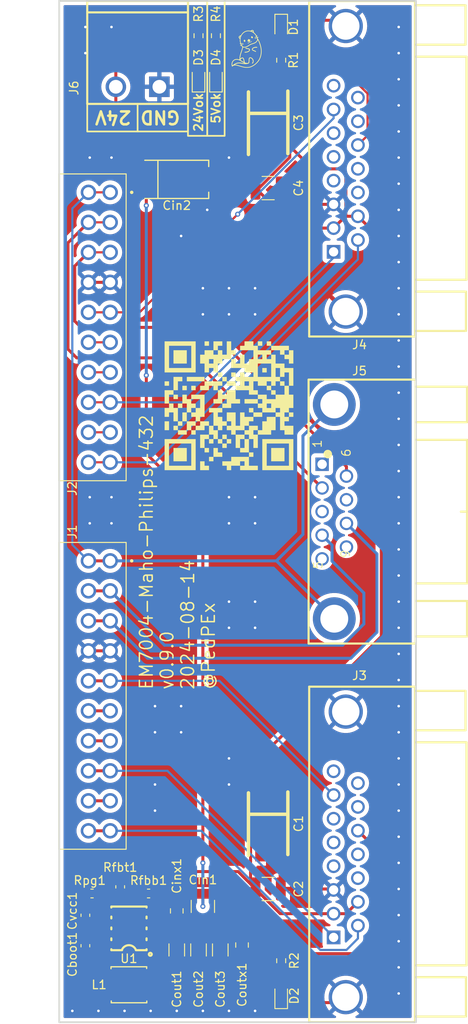
<source format=kicad_pcb>
(kicad_pcb (version 20240108) (generator "pcbnew") (generator_version "8.0")
  (title_block (title "EM7004-Maho-Philips-432") (date "2024-08-14") (rev "v0.9.0"))
  (layers (0 "F.Cu" signal) (31 "B.Cu" signal) (34 "B.Paste" user) (35 "F.Paste" user) (36 "B.SilkS" user "B.Silkscreen") (37 "F.SilkS" user "F.Silkscreen") (38 "B.Mask" user) (39 "F.Mask" user) (44 "Edge.Cuts" user))
  (net 0 "")
  (net 1 "0_EncoderGate")
  (net 2 "0_EncoderLatch")
  (net 3 "0_EncoderB")
  (net 4 "0_EncoderBnot")
  (net 5 "0_EncoderA")
  (net 6 "0_Analog-")
  (net 7 "0_Analog+")
  (net 8 "0_Shield")
  (net 9 "GND")
  (net 10 "0_EncoderAnot")
  (net 11 "1_EncoderB")
  (net 12 "1_Analog-")
  (net 13 "1_Analog+")
  (net 14 "1_EncoderA")
  (net 15 "1_EncoderAnot")
  (net 16 "1_EncoderLatch")
  (net 17 "1_EncoderGate")
  (net 18 "1_EncoderBnot")
  (net 19 "Net-(U1-BOOT)")
  (net 21 "Net-(U1-SW)")
  (net 28 "Net-(U1-VCC)")
  (net 29 "Net-(D1-A)")
  (net 31 "+5V")
  (net 32 "+24V")
  (net 34 "Net-(D2-A)")
  (net 35 "Net-(J3-Pad13)")
  (net 36 "Net-(J4-Pad13)")
  (net 37 "Net-(U1-FB)")
  (net 44 "Net-(U1-PG)")
  (net 51 "Net-(D3-A)")
  (net 52 "Net-(D4-A)")
  (footprint "Capacitor_SMD:C_0603_1608Metric" (layer "F.Cu") (at 59.693036 140.060786 90)
    (property "Reference" "Cboot1")
    (property "Value" "100n" (hide yes))
  )
  (footprint "Capacitor_SMD:C_0603_1608Metric" (layer "F.Cu") (at 59.693036 136.504786 90)
    (property "Reference" "Cvcc1")
    (property "Value" "1u" (hide yes))
  )
  (footprint "CostumLibrary:PHOENIX_1830498" (layer "F.Cu") (at 50 93 -90)
    (property "Reference" "J1")
    (property "Value" "1830498" (hide yes))
  )
  (footprint "Capacitor_SMD:C_0603_1608Metric" (layer "F.Cu") (at 63.757036 133.189786 -90)
    (property "Reference" "Rfbt1")
    (property "Value" "100k" (hide yes))
  )
  (footprint "easyeda2kicad:CONN-TH_2P-P5.08_XY2500R-D5.08-2P" (layer "F.Cu") (at 65.789036 39.829588 180)
    (property "Reference" "J6")
    (property "Value" "XY2500R-D-5.08-2P" (hide yes))
  )
  (footprint "Capacitor_SMD:C_1206_3216Metric" (layer "F.Cu") (at 70.361036 140.551786 90)
    (property "Reference" "Cout1")
    (property "Value" "47u" (hide yes))
  )
  (footprint "Resistor_SMD:R_0603_1608Metric" (layer "F.Cu") (at 74.933036 33.871786 90)
    (property "Reference" "R4")
    (property "Value" "220" (hide yes))
  )
  (footprint "easyeda2kicad:ESOP-8_L4.9-W3.9-P1.27-LS6.0-TL-EP" (layer "F.Cu") (at 64.773036 138.028786 180)
    (property "Reference" "U1")
    (property "Value" "LMR33630ADDAR" (hide yes))
  )
  (footprint "Capacitor_SMD:C_1210_3225Metric" (layer "F.Cu") (at 73.409036 135.471786 -90)
    (property "Reference" "Cin1")
    (property "Value" "10u" (hide yes))
  )
  (footprint "LED_SMD:LED_0603_1608Metric" (layer "F.Cu") (at 82.553036 32.855786 -90)
    (property "Reference" "D1")
    (property "Value" "LED" (hide yes))
  )
  (footprint "LOGO" (layer "F.Cu") (at 76.457036 77.051786 90)
    (property "Reference" "G***" (hide yes))
    (property "Value" "LOGO" (hide yes))
  )
  (footprint "Capacitor_SMD:C_0805_2012Metric" (layer "F.Cu") (at 77.981036 139.977786 90)
    (property "Reference" "Coutx1")
    (property "Value" "100n" (hide yes))
  )
  (footprint "easyeda2kicad:IND-SMD_L4.0-W4.0" (layer "F.Cu") (at 64.773036 144.615786)
    (property "Reference" "L1")
    (property "Value" "APSWPA4018S100MTF" (hide yes))
  )
  (footprint "Capacitor_SMD:C_1210_3225Metric" (layer "F.Cu") (at 81.029036 51.651786)
    (property "Reference" "C4")
    (property "Value" "10u" (hide yes))
  )
  (footprint "Resistor_SMD:R_0603_1608Metric" (layer "F.Cu") (at 82.553036 36.728786 -90)
    (property "Reference" "R1")
    (property "Value" "220" (hide yes))
  )
  (footprint "CostumLibrary:PHOENIX_1830498" (layer "F.Cu") (at 50 50 -90)
    (property "Reference" "J2")
    (property "Value" "1830498" (hide yes))
  )
  (footprint "LED_SMD:LED_0603_1608Metric" (layer "F.Cu") (at 82.553036 145.911286 90)
    (property "Reference" "D2")
    (property "Value" "LED" (hide yes))
  )
  (footprint "LED_SMD:LED_0603_1608Metric" (layer "F.Cu") (at 74.933036 38.951786 90)
    (property "Reference" "D4")
    (property "Value" "LED" (hide yes))
  )
  (footprint "Resistor_SMD:R_0603_1608Metric" (layer "F.Cu") (at 72.901036 33.871786 90)
    (property "Reference" "R3")
    (property "Value" "2k4" (hide yes))
  )
  (footprint "LOGO" (layer "F.Cu") (at 78.489036 35.395786 90)
    (property "Reference" "G***" (hide yes))
    (property "Value" "LOGO" (hide yes))
  )
  (footprint "easyeda2kicad:DSUB-TH_DMR-9S" (layer "F.Cu") (at 88.75 89.4)
    (property "Reference" "J5")
    (property "Value" "DMR-9S" (hide yes))
  )
  (footprint "easyeda2kicad:CAP-SMD_L7.3-W4.3-R-RD" (layer "F.Cu") (at 70.361036 50.635786 180)
    (property "Reference" "Cin2")
    (property "Value" "10u" (hide yes))
  )
  (footprint "Resistor_SMD:R_0603_1608Metric" (layer "F.Cu") (at 82.553036 141.809786 90)
    (property "Reference" "R2")
    (property "Value" "220" (hide yes))
  )
  (footprint "Capacitor_SMD:C_1210_3225Metric" (layer "F.Cu") (at 81.029036 133.439786)
    (property "Reference" "C2")
    (property "Value" "10u" (hide yes))
  )
  (footprint "Capacitor_SMD:C_0805_2012Metric" (layer "F.Cu") (at 70.361036 135.996786 -90)
    (property "Reference" "Cinx1")
    (property "Value" "220n" (hide yes))
  )
  (footprint "LED_SMD:LED_0603_1608Metric" (layer "F.Cu") (at 72.901036 38.951786 90)
    (property "Reference" "D3")
    (property "Value" "LED" (hide yes))
  )
  (footprint "easyeda2kicad:CASE-D_7343" (layer "F.Cu") (at 81.029036 44.031786 90)
    (property "Reference" "C3")
    (property "Value" "100u" (hide yes))
  )
  (footprint "Capacitor_SMD:C_1206_3216Metric" (layer "F.Cu") (at 72.901036 140.551786 90)
    (property "Reference" "Cout2")
    (property "Value" "47u" (hide yes))
  )
  (footprint "Capacitor_SMD:C_0603_1608Metric" (layer "F.Cu") (at 67.072036 133.964786)
    (property "Reference" "Rfbb1")
    (property "Value" "24k9" (hide yes))
  )
  (footprint "easyeda2kicad:DSUB-TH_XUNPU_D-SUB-DR-15PCM-CB" (layer "F.Cu") (at 90.09 129.4 90)
    (property "Reference" "J3")
    (property "Value" "D-SUB-DR-15PCM-CB" (hide yes))
  )
  (footprint "easyeda2kicad:DSUB-TH_XUNPU_D-SUB-DR-15PCM-CB" (layer "F.Cu") (at 90.09 49.4 90)
    (property "Reference" "J4")
    (property "Value" "D-SUB-DR-15PCM-CB" (hide yes))
  )
  (footprint "Capacitor_SMD:C_0603_1608Metric" (layer "F.Cu") (at 60.468036 133.964786 180)
    (property "Reference" "Rpg1")
    (property "Value" "100k" (hide yes))
  )
  (footprint "easyeda2kicad:CASE-D_7343" (layer "F.Cu") (at 81.029036 125.819786 90)
    (property "Reference" "C1")
    (property "Value" "100u" (hide yes))
  )
  (footprint "Capacitor_SMD:C_1206_3216Metric" (layer "F.Cu") (at 75.441036 140.551786 90)
    (property "Reference" "Cout3")
    (property "Value" "47u" (hide yes))
  )
  (gr_rect (start 71.669036 29.829588) (end 73.917036 45.555786) (stroke (width 0.2)) (fill none) (layer "F.SilkS"))
  (gr_line (start 65.789036 41.829588) (end 65.789036 45.047786) (stroke (width 0.2)) (layer "F.SilkS"))
  (gr_rect (start 59.909036 41.829588) (end 71.669036 45.047786) (stroke (width 0.2)) (fill none) (layer "F.SilkS"))
  (gr_rect (start 73.917036 29.807786) (end 75.949036 45.555786) (stroke (width 0.2)) (fill none) (layer "F.SilkS"))
  (gr_rect (start 56.645036 29.807786) (end 98.278684 148.990403) (stroke (width 0.2)) (fill none) (layer "Edge.Cuts"))
  (gr_text "GND 24V" (at 65.789036 42.507786 180) (layer "F.SilkS") (effects (font (size 1.5 1.5) (thickness 0.3) (bold yes)) (justify bottom)))
  (gr_text "5Vok" (at 74.933036 40.436786 90) (layer "F.SilkS") (effects (font (size 1 1) (thickness 0.2) (bold yes)) (justify right)))
  (gr_text "${TITLE}\n${REVISION}\n${ISSUE_DATE}\n@PedPEx" (at 74.933036 110.287722 90) (layer "F.SilkS") (effects (font (size 1.5 1.5) (thickness 0.175)) (justify left bottom)))
  (gr_text "24Vok" (at 72.901036 40.436786 90) (layer "F.SilkS") (effects (font (size 1 1) (thickness 0.2) (bold yes)) (justify right)))
  (segment (start 60.05 112.65) (end 62.59 112.65) (width 0.35) (layer "F.Cu") (net 1))
  (segment (start 60.05 109.15) (end 62.59 109.15) (width 0.35) (layer "F.Cu") (net 2))
  (segment (start 88.67 122.48) (end 75.34 109.15) (width 0.25) (layer "B.Cu") (net 2))
  (segment (start 75.34 109.15) (end 62.59 109.15) (width 0.25) (layer "B.Cu") (net 2))
  (segment (start 60.05 119.65) (end 62.59 119.65) (width 0.35) (layer "F.Cu") (net 3))
  (segment (start 88.67 139.04875) (end 69.27125 119.65) (width 0.25) (layer "B.Cu") (net 3))
  (segment (start 88.67 139.09) (end 88.67 139.04875) (width 0.25) (layer "B.Cu") (net 3))
  (segment (start 69.27125 119.65) (end 62.59 119.65) (width 0.25) (layer "B.Cu") (net 3))
  (segment (start 60.05 116.15) (end 62.59 116.15) (width 0.35) (layer "F.Cu") (net 4))
  (segment (start 60.05 126.65) (end 62.59 126.65) (width 0.35) (layer "F.Cu") (net 5))
  (segment (start 91.51 139.214822) (end 90.173036 140.551786) (width 0.25) (layer "B.Cu") (net 5))
  (segment (start 73.22325 126.65) (end 62.59 126.65) (width 0.25) (layer "B.Cu") (net 5))
  (segment (start 90.173036 140.551786) (end 87.125036 140.551786) (width 0.25) (layer "B.Cu") (net 5))
  (segment (start 87.125036 140.551786) (end 73.22325 126.65) (width 0.25) (layer "B.Cu") (net 5))
  (segment (start 91.51 137.71) (end 91.51 139.214822) (width 0.25) (layer "B.Cu") (net 5))
  (segment (start 60.05 98.65) (end 62.59 98.65) (width 0.35) (layer "F.Cu") (net 6))
  (segment (start 88.49 93.32) (end 88.49 95.18075) (width 0.35) (layer "B.Cu") (net 6))
  (segment (start 68.931786 104.991786) (end 62.59 98.65) (width 0.35) (layer "B.Cu") (net 6))
  (segment (start 92.205036 102.510828) (end 89.724078 104.991786) (width 0.35) (layer "B.Cu") (net 6))
  (segment (start 92.205036 98.895786) (end 92.205036 102.510828) (width 0.35) (layer "B.Cu") (net 6))
  (segment (start 87.33 92.16) (end 88.49 93.32) (width 0.35) (layer "B.Cu") (net 6))
  (segment (start 89.724078 104.991786) (end 68.931786 104.991786) (width 0.35) (layer "B.Cu") (net 6))
  (segment (start 88.49 95.18075) (end 92.205036 98.895786) (width 0.35) (layer "B.Cu") (net 6))
  (segment (start 60.05 102.15) (end 62.59 102.15) (width 0.35) (layer "F.Cu") (net 7))
  (segment (start 90.681036 106.515786) (end 66.955786 106.515786) (width 0.35) (layer "B.Cu") (net 7))
  (segment (start 66.955786 106.515786) (end 62.59 102.15) (width 0.35) (layer "B.Cu") (net 7))
  (segment (start 93.729036 103.467786) (end 90.681036 106.515786) (width 0.35) (layer "B.Cu") (net 7))
  (segment (start 93.729036 94.339036) (end 93.729036 103.467786) (width 0.35) (layer "B.Cu") (net 7))
  (segment (start 90.17 90.78) (end 93.729036 94.339036) (width 0.35) (layer "B.Cu") (net 7))
  (segment (start 60.05 95.15) (end 62.59 95.15) (width 0.35) (layer "F.Cu") (net 8))
  (segment (start 60.05 52.15) (end 62.59 52.15) (width 0.25) (layer "F.Cu") (net 8))
  (segment (start 82 95.15) (end 88.75 101.9) (width 0.35) (layer "B.Cu") (net 8))
  (segment (start 85.093036 80.556964) (end 88.75 76.9) (width 0.35) (layer "B.Cu") (net 8))
  (segment (start 82 95.15) (end 85.093036 92.056964) (width 0.35) (layer "B.Cu") (net 8))
  (segment (start 58.169036 93.269036) (end 60.05 95.15) (width 0.25) (layer "B.Cu") (net 8))
  (segment (start 85.093036 92.056964) (end 85.093036 80.556964) (width 0.35) (layer "B.Cu") (net 8))
  (segment (start 58.169036 54.030964) (end 58.169036 93.269036) (width 0.25) (layer "B.Cu") (net 8))
  (segment (start 60.05 52.15) (end 58.169036 54.030964) (width 0.25) (layer "B.Cu") (net 8))
  (segment (start 62.59 95.15) (end 82 95.15) (width 0.35) (layer "B.Cu") (net 8))
  (segment (start 75.441036 139.076786) (end 77.932036 139.076786) (width 0.35) (layer "F.Cu") (net 9))
  (segment (start 67.473036 139.938786) (end 69.499036 139.938786) (width 0.35) (layer "F.Cu") (net 9))
  (segment (start 64.265036 147.155786) (end 60.709036 147.155786) (width 0.35) (layer "F.Cu") (net 9))
  (segment (start 70.361036 139.076786) (end 72.901036 139.076786) (width 0.35) (layer "F.Cu") (net 9))
  (segment (start 64.773036 138.028786) (end 64.773036 146.647786) (width 0.35) (layer "F.Cu") (net 9))
  (segment (start 58.169036 144.615786) (end 58.169036 137.253786) (width 0.35) (layer "F.Cu") (net 9))
  (segment (start 75.900036 136.946786) (end 77.981036 139.027786) (width 0.35) (layer "F.Cu") (net 9))
  (segment (start 67.847036 133.964786) (end 68.765036 133.046786) (width 0.35) (layer "F.Cu") (net 9))
  (segment (start 88.559786 133.439786) (end 88.67 133.55) (width 0.35) (layer "F.Cu") (net 9))
  (segment (start 77.932036 139.076786) (end 77.981036 139.027786) (width 0.35) (layer "F.Cu") (net 9))
  (segment (start 82.504036 130.342786) (end 82.504036 133.439786) (width 0.35) (layer "F.Cu") (net 9))
  (segment (start 84.40225 53.55) (end 88.67 53.55) (width 0.35) (layer "F.Cu") (net 9))
  (segment (start 60.05 62.65) (end 62.59 62.65) (width 0.35) (layer "F.Cu") (net 9))
  (segment (start 68.329036 37.935786) (end 68.329036 39.829588) (width 0.25) (layer "F.Cu") (net 9))
  (segment (start 72.901036 139.076786) (end 75.441036 139.076786) (width 0.35) (layer "F.Cu") (net 9))
  (segment (start 60.709036 147.155786) (end 58.169036 144.615786) (width 0.35) (layer "F.Cu") (net 9))
  (segment (start 82.045036 129.835786) (end 82.045036 129.883786) (width 0.35) (layer "F.Cu") (net 9))
  (segment (start 73.409036 136.946786) (end 75.900036 136.946786) (width 0.35) (layer "F.Cu") (net 9))
  (segment (start 70.361036 136.946786) (end 73.409036 136.946786) (width 0.35) (layer "F.Cu") (net 9))
  (segment (start 60.05 105.65) (end 62.59 105.65) (width 0.35) (layer "F.Cu") (net 9))
  (segment (start 72.293036 33.971786) (end 68.329036 37.935786) (width 0.25) (layer "F.Cu") (net 9))
  (segment (start 73.871036 51.368964) (end 73.871036 50.635786) (width 0.35) (layer "F.Cu") (net 9))
  (segment (start 64.265036 147.155786) (end 82.096036 147.155786) (width 0.35) (layer "F.Cu") (net 9))
  (segment (start 67.473036 139.938786) (end 66.683036 139.938786) (width 0.35) (layer "F.Cu") (net 9))
  (segment (start 82.504036 51.651786) (end 84.40225 53.55) (width 0.35) (layer "F.Cu") (net 9))
  (segment (start 73.871036 50.635786) (end 77.425036 50.635786) (width 0.35) (layer "F.Cu") (net 9))
  (segment (start 81.029036 128.819786) (end 82.045036 129.835786) (width 0.35) (layer "F.Cu") (net 9))
  (segment (start 68.765036 133.046786) (end 75.048036 133.046786) (width 0.35) (layer "F.Cu") (net 9))
  (segment (start 77.981036 135.979786) (end 77.981036 139.027786) (width 0.35) (layer "F.Cu") (net 9))
  (segment (start 82.553036 32.068286) (end 74.688532 32.068286) (width 0.25) (layer "F.Cu") (net 9))
  (segment (start 82.045036 129.883786) (end 82.504036 130.342786) (width 0.35) (layer "F.Cu") (net 9))
  (segment (start 82.553036 146.698786) (end 89.451214 146.698786) (width 0.35) (layer "F.Cu") (net 9))
  (segment (start 74.688532 32.068286) (end 73.917036 32.839782) (width 0.25) (layer "F.Cu") (net 9))
  (segment (start 77.425036 50.635786) (end 81.029036 47.031786) (width 0.35) (layer "F.Cu") (net 9))
  (segment (start 73.917036 33.363786) (end 73.309036 33.971786) (width 0.25) (layer "F.Cu") (net 9))
  (segment (start 75.048036 133.046786) (end 77.981036 135.979786) (width 0.35) (layer "F.Cu") (net 9))
  (segment (start 72.810734 39.829588) (end 72.901036 39.739286) (width 0.25) (layer "F.Cu") (net 9))
  (segment (start 78.654036 49.406786) (end 81.029036 47.031786) (width 0.35) (layer "F.Cu") (net 9))
  (segment (start 66.683036 139.938786) (end 64.773036 138.028786) (width 0.35) (layer "F.Cu") (net 9))
  (segment (start 72.901036 39.739286) (end 74.933036 39.739286) (width 0.35) (layer "F.Cu") (net 9))
  (segment (start 82.553036 32.068286) (end 89.418286 32.068286) (width 0.35) (layer "F.Cu") (net 9))
  (segment (start 69.499036 139.938786) (end 70.361036 139.076786) (width 0.35) (layer "F.Cu") (net 9))
  (segment (start 73.917036 32.839782) (end 73.917036 33.363786) (width 0.25) (layer "F.Cu") (net 9))
  (segment (start 58.169036 137.253786) (end 59.693036 135.729786) (width 0.35) (layer "F.Cu") (net 9))
  (segment (start 89.451214 146.698786) (end 90.09 146.06) (width 0.35) (layer "F.Cu") (net 9))
  (segment (start 74.933036 40.935786) (end 81.029036 47.031786) (width 0.35) (layer "F.Cu") (net 9))
  (segment (start 62.59 62.65) (end 73.871036 51.368964) (width 0.35) (layer "F.Cu") (net 9))
  (segment (start 64.773036 146.647786) (end 64.265036 147.155786) (width 0.35) (layer "F.Cu") (net 9))
  (segment (start 82.504036 133.439786) (end 88.559786 133.439786) (width 0.35) (layer "F.Cu") (net 9))
  (segment (start 82.096036 147.155786) (end 82.553036 146.698786) (width 0.35) (layer "F.Cu") (net 9))
  (segment (start 68.329036 39.829588) (end 72.810734 39.829588) (width 0.35) (layer "F.Cu") (net 9))
  (segment (start 89.418286 32.068286) (end 90.09 32.74) (width 0.25) (layer "F.Cu") (net 9))
  (segment (start 73.309036 33.971786) (end 72.293036 33.971786) (width 0.25) (layer "F.Cu") (net 9))
  (segment (start 74.933036 39.739286) (end 74.933036 40.935786) (width 0.35) (layer "F.Cu") (net 9))
  (via (at 96.269036 133.439786) (size 0.6) (drill 0.3) (layers "F.Cu" "B.Cu") (net 9))
  (via (at 76.457036 63.335786) (size 0.6) (drill 0.3) (layers "F.Cu" "B.Cu") (net 9))
  (via (at 76.457036 102.959786) (size 0.6) (drill 0.3) (layers "F.Cu" "B.Cu") (net 9))
  (via (at 73.409036 66.383786) (size 0.6) (drill 0.3) (layers "F.Cu" "B.Cu") (net 9))
  (via (at 62.741036 90.767786) (size 0.6) (drill 0.3) (layers "F.Cu" "B.Cu") (net 9))
  (via (at 96.269036 60.287786) (size 0.6) (drill 0.3) (layers "F.Cu" "B.Cu") (net 9))
  (via (at 67.313036 147.663786) (size 0.6) (drill 0.3) (layers "F.Cu" "B.Cu") (net 9))
  (via (at 70.361036 147.663786) (size 0.6) (drill 0.3) (layers "F.Cu" "B.Cu") (net 9))
  (via (at 73.409036 147.663786) (size 0.6) (drill 0.3) (layers "F.Cu" "B.Cu") (net 9))
  (via (at 73.409036 63.335786) (size 0.6) (drill 0.3) (layers "F.Cu" "B.Cu") (net 9))
  (via (at 96.269036 54.191786) (size 0.6) (drill 0.3) (layers "F.Cu" "B.Cu") (net 9))
  (via (at 61.217036 147.663786) (size 0.6) (drill 0.3) (layers "F.Cu" "B.Cu") (net 9))
  (via (at 96.269036 90.767786) (size 0.6) (drill 0.3) (layers "F.Cu" "B.Cu") (net 9))
  (via (at 96.269036 130.391786) (size 0.6) (drill 0.3) (layers "F.Cu" "B.Cu") (net 9))
  (via (at 96.269036 118.199786) (size 0.6) (drill 0.3) (layers "F.Cu" "B.Cu") (net 9))
  (via (at 96.269036 99.911786) (size 0.6) (drill 0.3) (layers "F.Cu" "B.Cu") (net 9))
  (via (at 96.269036 127.343786) (size 0.6) (drill 0.3) (layers "F.Cu" "B.Cu") (net 9))
  (via (at 96.269036 57.239786) (size 0.6) (drill 0.3) (layers "F.Cu" "B.Cu") (net 9))
  (via (at 96.269036 72.479786) (size 0.6) (drill 0.3) (layers "F.Cu" "B.Cu") (net 9))
  (via (at 96.269036 112.103786) (size 0.6) (drill 0.3) (layers "F.Cu" "B.Cu") (net 9))
  (via (at 96.269036 142.583786) (size 0.6) (drill 0.3) (layers "F.Cu" "B.Cu") (net 9))
  (via (at 96.269036 78.575786) (size 0.6) (drill 0.3) (layers "F.Cu" "B.Cu") (net 9))
  (via (at 79.505036 63.335786) (size 0.6) (drill 0.3) (layers "F.Cu" "B.Cu") (net 9))
  (via (at 96.269036 48.095786) (size 0.6) (drill 0.3) (layers "F.Cu" "B.Cu") (net 9))
  (via (at 96.269036 41.999786) (size 0.6) (drill 0.3) (layers "F.Cu" "B.Cu") (net 9))
  (via (at 60.201036 48.095786) (size 0.6) (drill 0.3) (layers "F.Cu" "B.Cu") (net 9))
  (via (at 64.265036 147.663786) (size 0.6) (drill 0.3) (layers "F.Cu" "B.Cu") (net 9))
  (via (at 96.269036 69.431786) (size 0.6) (drill 0.3) (layers "F.Cu" "B.Cu") (net 9))
  (via (at 96.269036 139.535786) (size 0.6) (drill 0.3) (layers "F.Cu" "B.Cu") (net 9))
  (via (at 70.869036 115.151786) (size 0.6) (drill 0.3) (layers "F.Cu" "B.Cu") (net 9))
  (via (at 76.457036 118.199786) (size 0.6) (drill 0.3) (layers "F.Cu" "B.Cu") (net 9))
  (via (at 76.457036 87.719786) (size 0.6) (drill 0.3) (layers "F.Cu" "B.Cu") (net 9))
  (via (at 96.269036 121.247786) (size 0.6) (drill 0.3) (layers "F.Cu" "B.Cu") (net 9))
  (via (at 96.269036 102.959786) (size 0.6) (drill 0.3) (layers "F.Cu" "B.Cu") (net 9))
  (via (at 67.821036 112.103786) (size 0.6) (drill 0.3) (layers "F.Cu" "B.Cu") (net 9))
  (via (at 60.201036 87.719786) (size 0.6) (drill 0.3) (layers "F.Cu" "B.Cu") (net 9))
  (via (at 79.505036 87.719786) (size 0.6) (drill 0.3) (layers "F.Cu" "B.Cu") (net 9))
  (via (at 76.457036 90.767786) (size 0.6) (drill 0.3) (layers "F.Cu" "B.Cu") (net 9))
  (via (at 67.821036 121.247786) (size 0.6) (drill 0.3) (layers "F.Cu" "B.Cu") (net 9))
  (via (at 59.693036 35.903786) (size 0.6) (drill 0.3) (layers "F.Cu" "B.Cu") (net 9))
  (via (at 96.269036 106.007786) (size 0.6) (drill 0.3) (layers "F.Cu" "B.Cu") (net 9))
  (via (at 96.269036 51.143786) (size 0.6) (drill 0.3) (layers "F.Cu" "B.Cu") (net 9))
  (via (at 79.505036 99.911786) (size 0.6) (drill 0.3) (layers "F.Cu" "B.Cu") (net 9))
  (via (at 60.201036 90.767786) (size 0.6) (drill 0.3) (layers "F.Cu" "B.Cu") (net 9))
  (via (at 79.505036 147.663786) (size 0.6) (drill 0.3) (layers "F.Cu" "B.Cu") (net 9))
  (via (at 62.741036 87.719786) (size 0.6) (drill 0.3) (layers "F.Cu" "B.Cu") (net 9))
  (via (at 96.269036 45.047786) (size 0.6) (drill 0.3) (layers "F.Cu" "B.Cu") (net 9))
  (via (at 96.269036 84.671786) (size 0.6) (drill 0.3) (layers "F.Cu" "B.Cu") (net 9))
  (via (at 70.869036 112.103786) (size 0.6) (drill 0.3) (layers "F.Cu" "B.Cu") (net 9))
  (via (at 96.269036 136.487786) (size 0.6) (drill 0.3) (layers "F.Cu" "B.Cu") (net 9))
  (via (at 62.741036 48.095786) (size 0.6) (drill 0.3) (layers "F.Cu" "B.Cu") (net 9))
  (via (at 58.169036 147.663786) (size 0.6) (drill 0.3) (layers "F.Cu" "B.Cu") (net 9))
  (via (at 76.457036 66.383786) (size 0.6) (drill 0.3) (layers "F.Cu" "B.Cu") (net 9))
  (via (at 73.917036 54.191786) (size 0.6) (drill 0.3) (layers "F.Cu" "B.Cu") (net 9))
  (via (at 96.269036 87.719786) (size 0.6) (drill 0.3) (layers "F.Cu" "B.Cu") (net 9))
  (via (at 67.821036 124.295786) (size 0.6) (drill 0.3) (layers "F.Cu" "B.Cu") (net 9))
  (via (at 79.505036 102.959786) (size 0.6) (drill 0.3) (layers "F.Cu" "B.Cu") (net 9))
  (via (at 96.269036 124.295786) (size 0.6) (drill 0.3) (layers "F.Cu" "B.Cu") (net 9))
  (via (at 67.821036 115.151786) (size 0.6) (drill 0.3) (layers "F.Cu" "B.Cu") (net 9))
  (via (at 59.693036 32.855786) (size 0.6) (drill 0.3) (layers "F.Cu" "B.Cu") (net 9))
  (via (at 79.505036 66.383786) (size 0.6) (drill 0.3) (layers "F.Cu" "B.Cu") (net 9))
  (via (at 76.457036 121.247786) (size 0.6) (drill 0.3) (layers "F.Cu" "B.Cu") (net 9))
  (via (at 96.269036 75.527786) (size 0.6) (drill 0.3) (layers "F.Cu" "B.Cu") (net 9))
  (via (at 96.269036 145.631786) (size 0.6) (drill 0.3) (layers "F.Cu" "B.Cu") (net 9))
  (via (at 96.269036 32.855786) (size 0.6) (drill 0.3) (layers "F.Cu" "B.Cu") (net 9))
  (via (at 96.269036 96.863786) (size 0.6) (drill 0.3) (layers "F.Cu" "B.Cu") (net 9))
  (via (at 96.269036 93.815786) (size 0.6) (drill 0.3) (layers "F.Cu" "B.Cu") (net 9))
  (via (at 96.269036 35.903786) (size 0.6) (drill 0.3) (layers "F.Cu" "B.Cu") (net 9))
  (via (at 96.269036 81.623786) (size 0.6) (drill 0.3) (layers "F.Cu" "B.Cu") (net 9))
  (via (at 76.457036 147.663786) (size 0.6) (drill 0.3) (layers "F.Cu" "B.Cu") (net 9))
  (via (at 96.269036 38.951786) (size 0.6) (drill 0.3) (layers "F.Cu" "B.Cu") (net 9))
  (via (at 79.505036 90.767786) (size 0.6) (drill 0.3) (layers "F.Cu" "B.Cu") (net 9))
  (via (at 96.269036 63.335786) (size 0.6) (drill 0.3) (layers "F.Cu" "B.Cu") (net 9))
  (via (at 70.869036 57.239786) (size 0.6) (drill 0.3) (layers "F.Cu" "B.Cu") (net 9))
  (via (at 62.741036 32.855786) (size 0.6) (drill 0.3) (layers "F.Cu" "B.Cu") (net 9))
  (via (at 96.269036 109.055786) (size 0.6) (drill 0.3) (layers "F.Cu" "B.Cu") (net 9))
  (via (at 76.457036 99.911786) (size 0.6) (drill 0.3) (layers "F.Cu" "B.Cu") (net 9))
  (via (at 76.457036 48.095786) (size 0.6) (drill 0.3) (layers "F.Cu" "B.Cu") (net 9))
  (via (at 96.269036 115.151786) (size 0.6) (drill 0.3) (layers "F.Cu" "B.Cu") (net 9))
  (via (at 96.269036 66.383786) (size 0.6) (drill 0.3) (layers "F.Cu" "B.Cu") (net 9))
  (segment (start 60.05 123.15) (end 62.59 123.15) (width 0.35) (layer "F.Cu") (net 10))
  (segment (start 60.05 76.65) (end 62.59 76.65) (width 0.25) (layer "F.Cu") (net 11))
  (segment (start 88.67 59.758822) (end 71.778822 76.65) (width 0.25) (layer "B.Cu") (net 11))
  (segment (start 71.778822 76.65) (end 62.59 76.65) (width 0.25) (layer "B.Cu") (net 11))
  (segment (start 88.67 59.09) (end 88.67 59.758822) (width 0.25) (layer "B.Cu") (net 11))
  (segment (start 72.153786 71.463786) (end 58.677036 71.463786) (width 0.35) (layer "F.Cu") (net 12))
  (segment (start 87.33 86.64) (end 72.153786 71.463786) (width 0.35) (layer "F.Cu") (net 12))
  (segment (start 58.677036 71.463786) (end 57.661036 70.447786) (width 0.35) (layer "F.Cu") (net 12))
  (segment (start 60.05 55.65) (end 62.59 55.65) (width 0.25) (layer "F.Cu") (net 12))
  (segment (start 57.661036 70.447786) (end 57.661036 58.038964) (width 0.35) (layer "F.Cu") (net 12))
  (segment (start 57.661036 58.038964) (end 60.05 55.65) (width 0.35) (layer "F.Cu") (net 12))
  (segment (start 58.457034 60.742966) (end 60.05 59.15) (width 0.35) (layer "F.Cu") (net 13))
  (segment (start 58.457034 67.179784) (end 58.457034 60.742966) (width 0.35) (layer "F.Cu") (net 13))
  (segment (start 59.185036 67.907786) (end 58.457034 67.179784) (width 0.35) (layer "F.Cu") (net 13))
  (segment (start 90.17 84.149843) (end 73.927943 67.907786) (width 0.35) (layer "F.Cu") (net 13))
  (segment (start 90.17 85.26) (end 90.17 84.149843) (width 0.35) (layer "F.Cu") (net 13))
  (segment (start 73.927943 67.907786) (end 59.185036 67.907786) (width 0.35) (layer "F.Cu") (net 13))
  (segment (start 60.05 59.15) (end 62.59 59.15) (width 0.25) (layer "F.Cu") (net 13))
  (segment (start 60.05 83.65) (end 62.59 83.65) (width 0.25) (layer "F.Cu") (net 14))
  (segment (start 67.826822 83.65) (end 62.59 83.65) (width 0.25) (layer "B.Cu") (net 14))
  (segment (start 91.51 59.966822) (end 67.826822 83.65) (width 0.25) (layer "B.Cu") (net 14))
  (segment (start 91.51 57.71) (end 91.51 59.966822) (width 0.25) (layer "B.Cu") (net 14))
  (segment (start 60.05 80.15) (end 62.59 80.15) (width 0.25) (layer "F.Cu") (net 15))
  (segment (start 60.05 66.15) (end 62.59 66.15) (width 0.25) (layer "F.Cu") (net 16))
  (segment (start 66.022822 66.15) (end 62.59 66.15) (width 0.25) (layer "F.Cu") (net 16))
  (segment (start 77.473036 54.699786) (end 66.022822 66.15) (width 0.25) (layer "F.Cu") (net 16))
  (via (at 77.473036 54.699786) (size 0.6) (drill 0.3) (layers "F.Cu" "B.Cu") (net 16))
  (segment (start 88.67 42.48) (end 88.67 43.502822) (width 0.25) (layer "B.Cu") (net 16))
  (segment (start 88.67 43.502822) (end 77.473036 54.699786) (width 0.25) (layer "B.Cu") (net 16))
  (segment (start 60.05 69.65) (end 62.59 69.65) (width 0.25) (layer "F.Cu") (net 17))
  (segment (start 60.05 73.15) (end 62.59 73.15) (width 0.25) (layer "F.Cu") (net 18))
  (segment (start 59.693036 139.285786) (end 60.320036 138.658786) (width 0.35) (layer "F.Cu") (net 19))
  (segment (start 60.320036 138.658786) (end 62.073036 138.658786) (width 0.35) (layer "F.Cu") (net 19))
  (segment (start 63.173036 144.615786) (end 63.173036 141.038786) (width 0.35) (layer "F.Cu") (net 21))
  (segment (start 60.590036 139.938786) (end 59.693036 140.835786) (width 0.35) (layer "F.Cu") (net 21))
  (segment (start 62.073036 139.938786) (end 60.590036 139.938786) (width 0.35) (layer "F.Cu") (net 21))
  (segment (start 63.173036 141.038786) (end 62.073036 139.938786) (width 0.35) (layer "F.Cu") (net 21))
  (segment (start 59.802036 137.388786) (end 59.693036 137.279786) (width 0.35) (layer "F.Cu") (net 28))
  (segment (start 59.710036 133.964786) (end 60.709036 134.963786) (width 0.35) (layer "F.Cu") (net 28))
  (segment (start 59.693036 133.964786) (end 59.710036 133.964786) (width 0.35) (layer "F.Cu") (net 28))
  (segment (start 60.709036 136.263786) (end 59.693036 137.279786) (width 0.35) (layer "F.Cu") (net 28))
  (segment (start 62.073036 137.388786) (end 59.802036 137.388786) (width 0.35) (layer "F.Cu") (net 28))
  (segment (start 60.709036 134.963786) (end 60.709036 136.263786) (width 0.35) (layer "F.Cu") (net 28))
  (segment (start 82.553036 35.903786) (end 82.553036 33.643286) (width 0.25) (layer "F.Cu") (net 29))
  (segment (start 86.204374 49.409124) (end 89.4616 49.409124) (width 0.35) (layer "F.Cu") (net 31))
  (segment (start 75.441036 142.026786) (end 76.882036 142.026786) (width 0.35) (layer "F.Cu") (net 31))
  (segment (start 89.4616 49.409124) (end 90.102367 50.049891) (width 0.35) (layer "F.Cu") (net 31))
  (segment (start 83.545924 46.750674) (end 83.554813 46.759563) (width 0.35) (layer "F.Cu") (net 31))
  (segment (start 90.049999 54.94) (end 91.51 54.94) (width 0.35) (layer "F.Cu") (net 31))
  (segment (start 83.554813 46.759563) (end 83.554813 48.061009) (width 0.35) (layer "F.Cu") (net 31))
  (segment (start 88.67 56.319999) (end 90.049999 54.94) (width 0.35) (layer "F.Cu") (net 31))
  (segment (start 79.554036 139.354786) (end 79.554036 133.439786) (width 0.35) (layer "F.Cu") (net 31))
  (segment (start 94.237036 103.975786) (end 94.237036 57.667036) (width 0.35) (layer "F.Cu") (net 31))
  (segment (start 90.13 136.32) (end 91.51 134.94) (width 0.35) (layer "F.Cu") (net 31))
  (segment (start 88.67 56.32) (end 88.67 56.319999) (width 0.35) (layer "F.Cu") (net 31))
  (segment (start 83.554813 48.061009) (end 79.964036 51.651786) (width 0.35) (layer "F.Cu") (net 31))
  (segment (start 66.297036 144.107786) (end 68.378036 142.026786) (width 0.35) (layer "F.Cu") (net 31))
  (segment (start 88.67 56.32) (end 84.22225 56.32) (width 0.35) (layer "F.Cu") (net 31))
  (segment (start 78.979036 132.864786) (end 78.979036 124.869786) (width 0.35) (layer "F.Cu") (net 31))
  (segment (start 84.22225 56.32) (end 79.554036 51.651786) (width 0.35) (layer "F.Cu") (net 31))
  (segment (start 83.554813 43.557563) (end 81.029036 41.031786) (width 0.35) (layer "F.Cu") (net 31))
  (segment (start 88.67 136.32) (end 90.13 136.32) (width 0.35) (layer "F.Cu") (net 31))
  (segment (start 79.964036 51.651786) (end 79.554036 51.651786) (width 0.25) (layer "F.Cu") (net 31))
  (segment (start 81.029036 117.183786) (end 94.237036 103.975786) (width 0.35) (layer "F.Cu") (net 31))
  (segment (start 66.373036 144.615786) (end 66.297036 144.539786) (width 0.35) (layer "F.Cu") (net 31))
  (segment (start 81.029036 37.427786) (end 81.029036 41.031786) (width 0.35) (layer "F.Cu") (net 31))
  (segment (start 76.648036 33.046786) (end 81.029036 37.427786) (width 0.35) (layer "F.Cu") (net 31))
  (segment (start 90.102367 54.887633) (end 88.67 56.32) (width 0.35) (layer "F.Cu") (net 31))
  (segment (start 76.882036 142.026786) (end 77.981036 140.927786) (width 0.35) (layer "F.Cu") (net 31))
  (segment (start 78.979036 124.869786) (end 81.029036 122.819786) (width 0.35) (layer "F.Cu") (net 31))
  (segment (start 83.554813 46.741785) (end 83.554813 43.557563) (width 0.35) (layer "F.Cu") (net 31))
  (segment (start 74.933036 33.046786) (end 76.648036 33.046786) (width 0.35) (layer "F.Cu") (net 31))
  (segment (start 63.757036 132.414786) (end 64.764036 131.407786) (width 0.35) (layer "F.Cu") (net 31))
  (segment (start 83.554813 46.759563) (end 86.204374 49.409124) (width 0.35) (layer "F.Cu") (net 31))
  (segment (start 94.237036 57.667036) (end 91.51 54.94) (width 0.35) (layer "F.Cu") (net 31))
  (segment (start 72.901036 142.026786) (end 75.441036 142.026786) (width 0.35) (layer "F.Cu") (net 31))
  (segment (start 90.102367 50.049891) (end 90.102367 54.887633) (width 0.35) (layer "F.Cu") (net 31))
  (segment (start 70.361036 142.026786) (end 72.901036 142.026786) (width 0.35) (layer "F.Cu") (net 31))
  (segment (start 79.554036 133.439786) (end 78.979036 132.864786) (width 0.35) (layer "F.Cu") (net 31))
  (segment (start 77.981036 140.927786) (end 79.554036 139.354786) (width 0.35) (layer "F.Cu") (net 31))
  (segment (start 64.764036 131.407786) (end 77.522036 131.407786) (width 0.35) (layer "F.Cu") (net 31))
  (segment (start 83.545924 46.750674) (end 83.554813 46.741785) (width 0.35) (layer "F.Cu") (net 31))
  (segment (start 88.67 136.32) (end 82.43425 136.32) (width 0.35) (layer "F.Cu") (net 31))
  (segment (start 66.297036 144.539786) (end 66.297036 144.107786) (width 0.35) (layer "F.Cu") (net 31))
  (segment (start 81.029036 122.819786) (end 81.029036 117.183786) (width 0.35) (layer "F.Cu") (net 31))
  (segment (start 82.43425 136.32) (end 79.554036 133.439786) (width 0.35) (layer "F.Cu") (net 31))
  (segment (start 68.378036 142.026786) (end 70.361036 142.026786) (width 0.35) (layer "F.Cu") (net 31))
  (segment (start 77.522036 131.407786) (end 79.554036 133.439786) (width 0.35) (layer "F.Cu") (net 31))
  (segment (start 63.249036 47.033786) (end 66.851036 50.635786) (width 0.35) (layer "F.Cu") (net 32))
  (segment (start 73.409036 133.996786) (end 73.409036 135.471786) (width 0.35) (layer "F.Cu") (net 32))
  (segment (start 67.122036 33.046786) (end 72.901036 33.046786) (width 0.35) (layer "F.Cu") (net 32))
  (segment (start 66.805036 82.639786) (end 73.409036 89.243786) (width 0.35) (layer "F.Cu") (net 32))
  (segment (start 67.473036 137.388786) (end 68.019036 137.388786) (width 0.35) (layer "F.Cu") (net 32))
  (segment (start 66.851036 50.635786) (end 66.805036 50.681786) (width 0.35) (layer "F.Cu") (net 32))
  (segment (start 67.473036 138.658786) (end 67.473036 137.388786) (width 0.35) (layer "F.Cu") (net 32))
  (segment (start 66.805036 73.495786) (end 66.805036 82.639786) (width 0.35) (layer "F.Cu") (net 32))
  (segment (start 73.409036 89.243786) (end 73.409036 130.391786) (width 0.35) (layer "F.Cu") (net 32))
  (segment (start 63.249036 39.829588) (end 63.249036 36.919786) (width 0.35) (layer "F.Cu") (net 32))
  (segment (start 66.805036 50.681786) (end 66.805036 53.683786) (width 0.35) (layer "F.Cu") (net 32))
  (segment (start 71.411036 133.996786) (end 70.361036 135.046786) (width 0.35) (layer "F.Cu") (net 32))
  (segment (start 68.019036 137.388786) (end 70.361036 135.046786) (width 0.35) (layer "F.Cu") (net 32))
  (segment (start 73.409036 133.996786) (end 71.411036 133.996786) (width 0.35) (layer "F.Cu") (net 32))
  (segment (start 63.249036 39.829588) (end 63.249036 47.033786) (width 0.35) (layer "F.Cu") (net 32))
  (segment (start 63.249036 36.919786) (end 67.122036 33.046786) (width 0.35) (layer "F.Cu") (net 32))
  (via (at 66.805036 53.683786) (size 0.6) (drill 0.3) (layers "F.Cu" "B.Cu") (net 32))
  (via (at 66.805036 73.495786) (size 0.6) (drill 0.3) (layers "F.Cu" "B.Cu") (net 32))
  (via (at 73.409036 135.471786) (size 0.6) (drill 0.3) (layers "F.Cu" "B.Cu") (net 32))
  (via (at 73.409036 130.391786) (size 0.6) (drill 0.3) (layers "F.Cu" "B.Cu") (net 32))
  (segment (start 66.805036 53.683786) (end 66.805036 73.495786) (width 0.35) (layer "B.Cu") (net 32))
  (segment (start 73.409036 135.471786) (end 73.409036 130.391786) (width 0.35) (layer "B.Cu") (net 32))
  (segment (start 82.553036 142.634786) (end 82.553036 145.123786) (width 0.25) (layer "F.Cu") (net 34))
  (segment (start 93.285044 128.405044) (end 91.51 126.63) (width 0.35) (layer "F.Cu") (net 35))
  (segment (start 91.772036 140.984786) (end 93.285044 139.471778) (width 0.35) (layer "F.Cu") (net 35))
  (segment (start 93.285044 139.471778) (end 93.285044 128.405044) (width 0.35) (layer "F.Cu") (net 35))
  (segment (start 82.553036 140.984786) (end 91.772036 140.984786) (width 0.35) (layer "F.Cu") (net 35))
  (segment (start 89.564777 37.553786) (end 92.635 40.624009) (width 0.25) (layer "F.Cu") (net 36))
  (segment (start 82.553036 37.553786) (end 89.564777 37.553786) (width 0.25) (layer "F.Cu") (net 36))
  (segment (start 92.635 45.505) (end 91.51 46.63) (width 0.25) (layer "F.Cu") (net 36))
  (segment (start 92.635 40.624009) (end 92.635 45.505) (width 0.25) (layer "F.Cu") (net 36))
  (segment (start 62.073036 135.648786) (end 63.757036 133.964786) (width 0.35) (layer "F.Cu") (net 37))
  (segment (start 62.073036 136.118786) (end 62.073036 135.648786) (width 0.35) (layer "F.Cu") (net 37))
  (segment (start 66.297036 133.964786) (end 63.757036 133.964786) (width 0.35) (layer "F.Cu") (net 37))
  (segment (start 66.613904 133.022602) (end 67.072036 133.480734) (width 0.25) (layer "F.Cu") (net 44))
  (segment (start 65.980168 133.022602) (end 66.613904 133.022602) (width 0.25) (layer "F.Cu") (net 44))
  (segment (start 62.018036 133.189786) (end 65.812984 133.189786) (width 0.25) (layer "F.Cu") (net 44))
  (segment (start 61.243036 133.964786) (end 62.018036 133.189786) (width 0.25) (layer "F.Cu") (net 44))
  (segment (start 67.072036 135.717786) (end 67.473036 136.118786) (width 0.25) (layer "F.Cu") (net 44))
  (segment (start 65.812984 133.189786) (end 65.980168 133.022602) (width 0.25) (layer "F.Cu") (net 44))
  (segment (start 67.072036 133.480734) (end 67.072036 135.717786) (width 0.25) (layer "F.Cu") (net 44))
  (segment (start 72.901036 34.696786) (end 72.901036 38.164286) (width 0.35) (layer "F.Cu") (net 51))
  (segment (start 74.933036 34.696786) (end 74.933036 38.164286) (width 0.35) (layer "F.Cu") (net 52))
  (zone (net 9) (net_name "GND") (layers "F&B.Cu") (name "GND") (connect_pads (clearance 0.5)) (min_thickness 0.25) (fill yes (thermal_gap 0.5) (thermal_bridge_width 0.5))
    (polygon (pts (xy 56.645036 29.807786) (xy 98.301036 29.807786) (xy 98.301036 149.187786) (xy 56.645036 149.187786)))
  )
)
</source>
